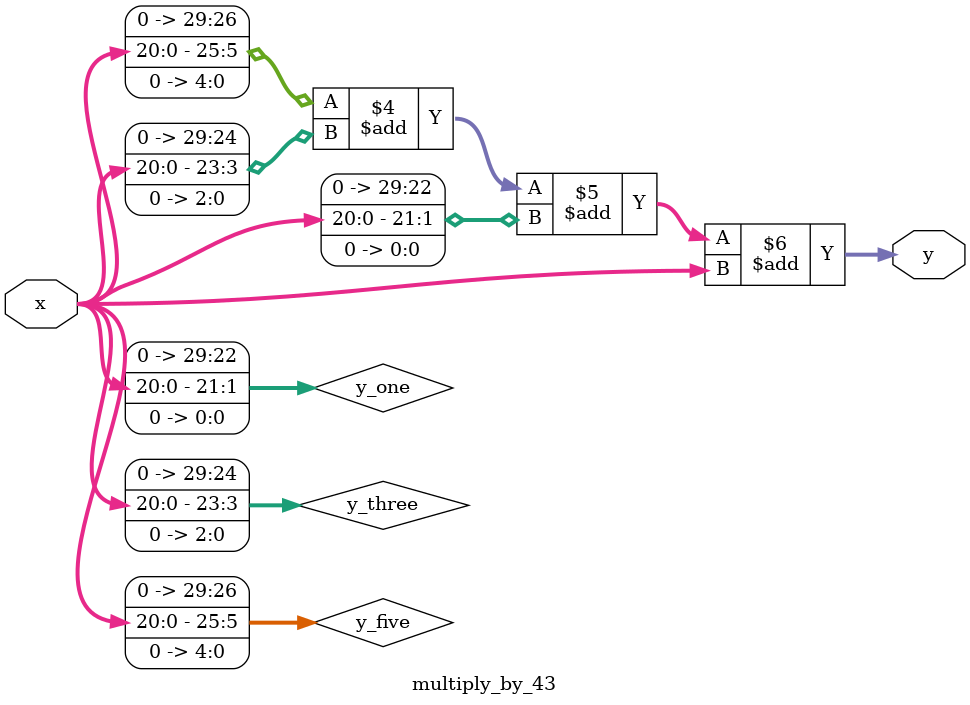
<source format=v>
`timescale 1ns / 1ps
module multiply_by_43(
    input [20:0]x,
    output [29:0]y
    );


	wire [29:0]y_five,y_three,y_one;
	
	assign y_five = x<<5;
	assign y_three = x<<3;
	assign y_one = x<<1;
	
	assign y = y_five + y_three + y_one + x;

endmodule

</source>
